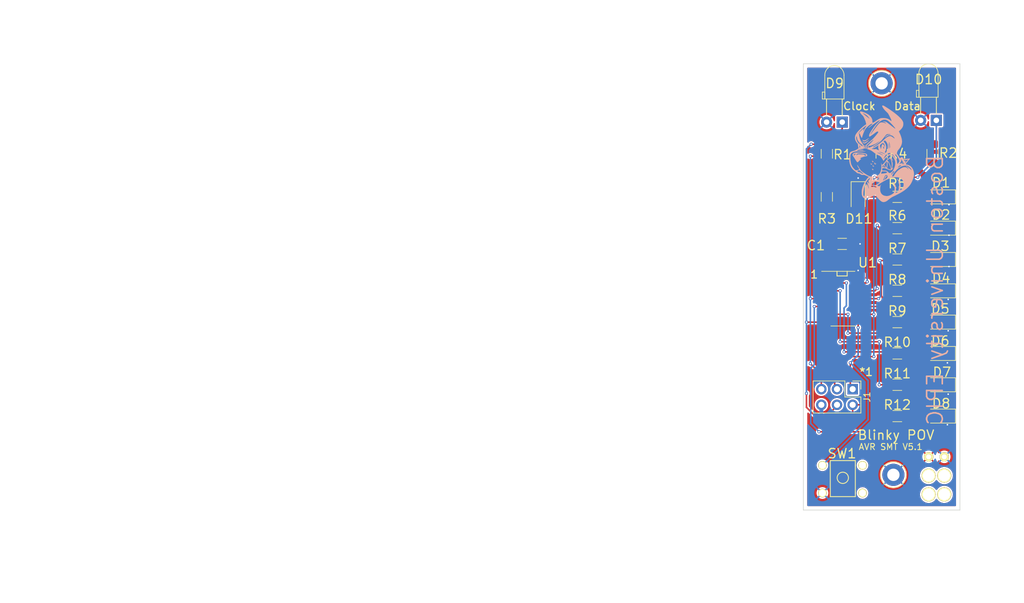
<source format=kicad_pcb>
(kicad_pcb (version 20240108) (generator "pcbnew") (generator_version "8.0")
  (title_block (title "Blinky POV AVR SMT") (date "2023-10-10") (rev "1.0") (company "Boston University EPIC"))
  (layers (0 "F.Cu" signal) (31 "B.Cu" signal) (34 "B.Paste" user) (35 "F.Paste" user) (36 "B.SilkS" user "B.Silkscreen") (37 "F.SilkS" user "F.Silkscreen") (38 "B.Mask" user) (39 "F.Mask" user) (44 "Edge.Cuts" user))
  (net 0 "")
  (net 1 "VCC")
  (net 2 "GND")
  (net 3 "Net-(D1-A)")
  (net 4 "Net-(D2-A)")
  (net 5 "Net-(D3-A)")
  (net 6 "Net-(D4-A)")
  (net 7 "Net-(D5-A)")
  (net 8 "Net-(D6-A)")
  (net 9 "Net-(D7-A)")
  (net 10 "Net-(D8-A)")
  (net 11 "/MOSI")
  (net 12 "/SCL")
  (net 13 "/MISO")
  (net 14 "/nRESET")
  (net 15 "Net-(D11-A)")
  (net 16 "Net-(U1-AREF{slash}PA0)")
  (net 17 "Net-(U1-PA1)")
  (net 18 "Net-(U1-PA2)")
  (net 19 "Net-(U1-PA3)")
  (net 20 "Net-(U1-PA7)")
  (net 21 "Net-(U1-XTAL1{slash}PB0)")
  (net 22 "Net-(U1-XTAL2{slash}PB1)")
  (net 23 "Net-(U1-PB2)")
  (footprint "Capacitor_SMD:C_1206_3216Metric_Pad1.33x1.80mm_HandSolder" (layer "F.Cu") (at 158.7 85.1)
    (property "Reference" "C1" (at -4.256 0.254 0) (layer "F.SilkS") (effects (font (size 1.524 1.524) (thickness 0.2032))))
    (property "Value" "0.1uF")
    (pad "1" smd roundrect (at -1.5625 0) (size 1.325 1.8) (layers "F.Cu" "F.Paste" "F.Mask") (roundrect_rratio 0.1886792453) (net 1 "VCC"))
    (pad "2" smd roundrect (at 1.5625 0) (size 1.325 1.8) (layers "F.Cu" "F.Paste" "F.Mask") (roundrect_rratio 0.1886792453) (net 2 "GND"))
  )
  (footprint "Resistor_SMD:R_1206_3216Metric_Pad1.30x1.75mm_HandSolder" (layer "F.Cu") (at 156.21 70.485 90)
    (property "Reference" "R1" (at -0.127 2.54 180) (layer "F.SilkS") (effects (font (size 1.524 1.524) (thickness 0.2032))))
    (property "Value" "10k")
    (pad "1" smd roundrect (at -1.55 0 90) (size 1.3 1.75) (layers "F.Cu" "F.Paste" "F.Mask") (roundrect_rratio 0.1923076923) (net 1 "VCC"))
    (pad "2" smd roundrect (at 1.55 0 90) (size 1.3 1.75) (layers "F.Cu" "F.Paste" "F.Mask") (roundrect_rratio 0.1923076923) (net 11 "/MOSI"))
  )
  (footprint "Resistor_SMD:R_1206_3216Metric_Pad1.30x1.75mm_HandSolder" (layer "F.Cu") (at 167.64 87.63)
    (property "Reference" "R7" (at 0 -1.82 0) (layer "F.SilkS") (effects (font (size 1.524 1.524) (thickness 0.2032))))
    (property "Value" "330")
    (pad "1" smd roundrect (at -1.55 0) (size 1.3 1.75) (layers "F.Cu" "F.Paste" "F.Mask") (roundrect_rratio 0.1923076923) (net 18 "Net-(U1-PA2)"))
    (pad "2" smd roundrect (at 1.55 0) (size 1.3 1.75) (layers "F.Cu" "F.Paste" "F.Mask") (roundrect_rratio 0.1923076923) (net 5 "Net-(D3-A)"))
  )
  (footprint "TestPoint:TestPoint_Loop_D3.80mm_Drill2.0mm" (layer "F.Cu") (at 167.005 122.555)
    (property "Reference" "TP2" (hide yes))
    (property "Value" "TestPoint")
    (pad "1" thru_hole circle (at 0 0) (size 3.6 3.6) (drill 2) (layers "*.Cu" "*.Mask") (net 2 "GND"))
  )
  (footprint "Connector_PinHeader_2.54mm:PinHeader_2x03_P2.54mm_Vertical" (layer "F.Cu") (at 160.4 108.66 -90)
    (property "Reference" "J1" (at 1.27 -2.33 90) (layer "F.SilkS"))
    (property "Value" "AVR-ISP-6")
    (pad "1" thru_hole rect (at 0 0 270) (size 1.7 1.7) (drill 1) (layers "*.Cu" "*.Mask") (net 13 "/MISO"))
    (pad "2" thru_hole oval (at 2.54 0 270) (size 1.7 1.7) (drill 1) (layers "*.Cu" "*.Mask") (net 1 "VCC"))
    (pad "3" thru_hole oval (at 0 2.54 270) (size 1.7 1.7) (drill 1) (layers "*.Cu" "*.Mask") (net 12 "/SCL"))
    (pad "4" thru_hole oval (at 2.54 2.54 270) (size 1.7 1.7) (drill 1) (layers "*.Cu" "*.Mask") (net 11 "/MOSI"))
    (pad "5" thru_hole oval (at 0 5.08 270) (size 1.7 1.7) (drill 1) (layers "*.Cu" "*.Mask") (net 14 "/nRESET"))
    (pad "6" thru_hole oval (at 2.54 5.08 270) (size 1.7 1.7) (drill 1) (layers "*.Cu" "*.Mask") (net 2 "GND"))
  )
  (footprint "Resistor_SMD:R_1206_3216Metric_Pad1.30x1.75mm_HandSolder" (layer "F.Cu") (at 167.64 102.87)
    (property "Reference" "R10" (at 0 -1.82 0) (layer "F.SilkS") (effects (font (size 1.524 1.524) (thickness 0.2032))))
    (property "Value" "330")
    (pad "1" smd roundrect (at -1.55 0) (size 1.3 1.75) (layers "F.Cu" "F.Paste" "F.Mask") (roundrect_rratio 0.1923076923) (net 21 "Net-(U1-XTAL1{slash}PB0)"))
    (pad "2" smd roundrect (at 1.55 0) (size 1.3 1.75) (layers "F.Cu" "F.Paste" "F.Mask") (roundrect_rratio 0.1923076923) (net 8 "Net-(D6-A)"))
  )
  (footprint "push_sw:BTN-B3F-1000" (layer "F.Cu") (at 155.4988 121.01135)
    (property "Reference" "SW1" (at 3.175 -1.905 0) (layer "F.SilkS") (effects (font (size 1.524 1.524) (thickness 0.2032))))
    (property "Value" "SW_Push" (hide yes))
    (pad "1" thru_hole circle (at 0 0) (size 1.397 1.397) (drill 1.0668) (layers "*.Cu" "*.Mask" "F.SilkS") (net 13 "/MISO"))
    (pad "2" thru_hole circle (at 0 4.4958) (size 1.397 1.397) (drill 1.0668) (layers "*.Cu" "*.Mask" "F.SilkS") (net 2 "GND"))
    (pad "3" thru_hole circle (at 6.5024 4.4958) (size 1.397 1.397) (drill 1.0668) (layers "*.Cu" "*.Mask" "F.SilkS"))
    (pad "4" thru_hole circle (at 6.5024 0) (size 1.397 1.397) (drill 1.0668) (layers "*.Cu" "*.Mask" "F.SilkS"))
  )
  (footprint "Resistor_SMD:R_1206_3216Metric_Pad1.30x1.75mm_HandSolder" (layer "F.Cu") (at 167.64 82.55)
    (property "Reference" "R6" (at 0 -2.032 0) (layer "F.SilkS") (effects (font (size 1.524 1.524) (thickness 0.2032))))
    (property "Value" "330")
    (pad "1" smd roundrect (at -1.55 0) (size 1.3 1.75) (layers "F.Cu" "F.Paste" "F.Mask") (roundrect_rratio 0.1923076923) (net 17 "Net-(U1-PA1)"))
    (pad "2" smd roundrect (at 1.55 0) (size 1.3 1.75) (layers "F.Cu" "F.Paste" "F.Mask") (roundrect_rratio 0.1923076923) (net 4 "Net-(D2-A)"))
  )
  (footprint "LED_SMD:LED_1206_3216Metric_Pad1.42x1.75mm_HandSolder" (layer "F.Cu") (at 174.625 82.55 180)
    (property "Reference" "D2" (at -0.127 2.159 0) (layer "F.SilkS") (effects (font (size 1.524 1.524) (thickness 0.2032))))
    (property "Value" "LED")
    (pad "1" smd roundrect (at -1.4875 0 180) (size 1.425 1.75) (layers "F.Cu" "F.Paste" "F.Mask") (roundrect_rratio 0.1754392982) (net 2 "GND"))
    (pad "2" smd roundrect (at 1.4875 0 180) (size 1.425 1.75) (layers "F.Cu" "F.Paste" "F.Mask") (roundrect_rratio 0.1754392982) (net 4 "Net-(D2-A)"))
  )
  (footprint "TestPoint:TestPoint_Loop_D3.80mm_Drill2.0mm" (layer "F.Cu") (at 165.1 59.055)
    (property "Reference" "TP1" (hide yes))
    (property "Value" "TestPoint")
    (pad "1" thru_hole circle (at 0 0) (size 3.6 3.6) (drill 2) (layers "*.Cu" "*.Mask") (net 2 "GND"))
  )
  (footprint "LED_SMD:LED_1206_3216Metric_Pad1.42x1.75mm_HandSolder" (layer "F.Cu") (at 174.625 77.47 180)
    (property "Reference" "D1" (at -0.127 2.286 0) (layer "F.SilkS") (effects (font (size 1.524 1.524) (thickness 0.2032))))
    (property "Value" "LED")
    (pad "1" smd roundrect (at -1.4875 0 180) (size 1.425 1.75) (layers "F.Cu" "F.Paste" "F.Mask") (roundrect_rratio 0.1754392982) (net 2 "GND"))
    (pad "2" smd roundrect (at 1.4875 0 180) (size 1.425 1.75) (layers "F.Cu" "F.Paste" "F.Mask") (roundrect_rratio 0.1754392982) (net 3 "Net-(D1-A)"))
  )
  (footprint "LED_SMD:LED_1206_3216Metric_Pad1.42x1.75mm_HandSolder" (layer "F.Cu") (at 174.625 97.79 180)
    (property "Reference" "D5" (at 0 2.159 0) (layer "F.SilkS") (effects (font (size 1.524 1.524) (thickness 0.2032))))
    (property "Value" "LED")
    (pad "1" smd roundrect (at -1.4875 0 180) (size 1.425 1.75) (layers "F.Cu" "F.Paste" "F.Mask") (roundrect_rratio 0.1754392982) (net 2 "GND"))
    (pad "2" smd roundrect (at 1.4875 0 180) (size 1.425 1.75) (layers "F.Cu" "F.Paste" "F.Mask") (roundrect_rratio 0.1754392982) (net 7 "Net-(D5-A)"))
  )
  (footprint "battery_wire:2PIN_battery_new2" (layer "F.Cu") (at 173.99 119.634)
    (property "Reference" "BT1" (hide yes))
    (property "Value" "Battery" (hide yes))
    (pad "1" thru_hole circle (at -1.27 0) (size 1.524 1.524) (drill 0.8128) (layers "*.Cu" "*.Mask" "F.SilkS") (net 1 "VCC"))
    (pad "2" thru_hole circle (at 1.27 0) (size 1.524 1.524) (drill 0.8128) (layers "*.Cu" "*.Mask" "F.SilkS") (net 2 "GND"))
    (pad "5" thru_hole circle (at -1.27 3.048) (size 2.286 2.286) (drill 1.905) (layers "*.Cu" "*.Mask" "F.SilkS"))
    (pad "6" thru_hole circle (at 1.27 3.048) (size 2.286 2.286) (drill 1.905) (layers "*.Cu" "*.Mask" "F.SilkS"))
    (pad "7" thru_hole circle (at -1.27 6.096) (size 2.286 2.286) (drill 1.905) (layers "*.Cu" "*.Mask" "F.SilkS"))
    (pad "8" thru_hole circle (at 1.27 6.096) (size 2.286 2.286) (drill 1.905) (layers "*.Cu" "*.Mask" "F.SilkS"))
  )
  (footprint "Package_SO:SOIC-14_3.9x8.7mm_P1.27mm" (layer "F.Cu") (at 158.815 93.98)
    (property "Reference" "U1" (at 3.999 -5.842 0) (layer "F.SilkS") (effects (font (size 1.524 1.524) (thickness 0.2032))))
    (property "Value" "ATtiny84A-SS")
    (pad "1" smd roundrect (at -2.475 -3.81) (size 1.95 0.6) (layers "F.Cu" "F.Paste" "F.Mask") (net 1 "VCC"))
    (pad "2" smd roundrect (at -2.475 -2.54) (size 1.95 0.6) (layers "F.Cu" "F.Paste" "F.Mask") (net 21 "Net-(U1-XTAL1{slash}PB0)"))
    (pad "3" smd roundrect (at -2.475 -1.27) (size 1.95 0.6) (layers "F.Cu" "F.Paste" "F.Mask") (net 22 "Net-(U1-XTAL2{slash}PB1)"))
    (pad "4" smd roundrect (at -2.475 0) (size 1.95 0.6) (layers "F.Cu" "F.Paste" "F.Mask") (net 14 "/nRESET"))
    (pad "5" smd roundrect (at -2.475 1.27) (size 1.95 0.6) (layers "F.Cu" "F.Paste" "F.Mask") (net 23 "Net-(U1-PB2)"))
    (pad "6" smd roundrect (at -2.475 2.54) (size 1.95 0.6) (layers "F.Cu" "F.Paste" "F.Mask") (net 20 "Net-(U1-PA7)"))
    (pad "7" smd roundrect (at -2.475 3.81) (size 1.95 0.6) (layers "F.Cu" "F.Paste" "F.Mask") (net 11 "/MOSI"))
    (pad "8" smd roundrect (at 2.475 3.81) (size 1.95 0.6) (layers "F.Cu" "F.Paste" "F.Mask") (net 13 "/MISO"))
    (pad "9" smd roundrect (at 2.475 2.54) (size 1.95 0.6) (layers "F.Cu" "F.Paste" "F.Mask") (net 12 "/SCL"))
    (pad "10" smd roundrect (at 2.475 1.27) (size 1.95 0.6) (layers "F.Cu" "F.Paste" "F.Mask") (net 19 "Net-(U1-PA3)"))
    (pad "11" smd roundrect (at 2.475 0) (size 1.95 0.6) (layers "F.Cu" "F.Paste" "F.Mask") (net 18 "Net-(U1-PA2)"))
    (pad "12" smd roundrect (at 2.475 -1.27) (size 1.95 0.6) (layers "F.Cu" "F.Paste" "F.Mask") (net 17 "Net-(U1-PA1)"))
    (pad "13" smd roundrect (at 2.475 -2.54) (size 1.95 0.6) (layers "F.Cu" "F.Paste" "F.Mask") (net 16 "Net-(U1-AREF{slash}PA0)"))
    (pad "14" smd roundrect (at 2.475 -3.81) (size 1.95 0.6) (layers "F.Cu" "F.Paste" "F.Mask") (net 2 "GND"))
  )
  (footprint "LED_SMD:LED_1206_3216Metric_Pad1.42x1.75mm_HandSolder" (layer "F.Cu") (at 161.29 77.47 -90)
    (property "Reference" "D11" (at 3.556 -0.127 180) (layer "F.SilkS") (effects (font (size 1.524 1.524) (thickness 0.2032))))
    (property "Value" "LED Green")
    (pad "1" smd roundrect (at -1.4875 0 270) (size 1.425 1.75) (layers "F.Cu" "F.Paste" "F.Mask") (roundrect_rratio 0.1754392982) (net 2 "GND"))
    (pad "2" smd roundrect (at 1.4875 0 270) (size 1.425 1.75) (layers "F.Cu" "F.Paste" "F.Mask") (roundrect_rratio 0.1754392982) (net 15 "Net-(D11-A)"))
  )
  (footprint "Resistor_SMD:R_1206_3216Metric_Pad1.30x1.75mm_HandSolder" (layer "F.Cu") (at 173.355 70.485 90)
    (property "Reference" "R2" (at 0.127 2.54 180) (layer "F.SilkS") (effects (font (size 1.524 1.524) (thickness 0.2032))))
    (property "Value" "10k")
    (pad "1" smd roundrect (at -1.55 0 90) (size 1.3 1.75) (layers "F.Cu" "F.Paste" "F.Mask") (roundrect_rratio 0.1923076923) (net 1 "VCC"))
    (pad "2" smd roundrect (at 1.55 0 90) (size 1.3 1.75) (layers "F.Cu" "F.Paste" "F.Mask") (roundrect_rratio 0.1923076923) (net 12 "/SCL"))
  )
  (footprint "LED_SMD:LED_1206_3216Metric_Pad1.42x1.75mm_HandSolder" (layer "F.Cu") (at 174.625 102.87 180)
    (property "Reference" "D6" (at 0 2.032 0) (layer "F.SilkS") (effects (font (size 1.524 1.524) (thickness 0.2032))))
    (property "Value" "LED")
    (pad "1" smd roundrect (at -1.4875 0 180) (size 1.425 1.75) (layers "F.Cu" "F.Paste" "F.Mask") (roundrect_rratio 0.1754392982) (net 2 "GND"))
    (pad "2" smd roundrect (at 1.4875 0 180) (size 1.425 1.75) (layers "F.Cu" "F.Paste" "F.Mask") (roundrect_rratio 0.1754392982) (net 8 "Net-(D6-A)"))
  )
  (footprint "Resistor_SMD:R_1206_3216Metric_Pad1.30x1.75mm_HandSolder" (layer "F.Cu") (at 167.64 77.47)
    (property "Reference" "R5" (at 0 -2.159 0) (layer "F.SilkS") (effects (font (size 1.524 1.524) (thickness 0.2032))))
    (property "Value" "330")
    (pad "1" smd roundrect (at -1.55 0) (size 1.3 1.75) (layers "F.Cu" "F.Paste" "F.Mask") (roundrect_rratio 0.1923076923) (net 16 "Net-(U1-AREF{slash}PA0)"))
    (pad "2" smd roundrect (at 1.55 0) (size 1.3 1.75) (layers "F.Cu" "F.Paste" "F.Mask") (roundrect_rratio 0.1923076923) (net 3 "Net-(D1-A)"))
  )
  (footprint "Resistor_SMD:R_1206_3216Metric_Pad1.30x1.75mm_HandSolder" (layer "F.Cu") (at 167.64 113.03)
    (property "Reference" "R12" (at 0 -1.82 0) (layer "F.SilkS") (effects (font (size 1.524 1.524) (thickness 0.2032))))
    (property "Value" "330")
    (pad "1" smd roundrect (at -1.55 0) (size 1.3 1.75) (layers "F.Cu" "F.Paste" "F.Mask") (roundrect_rratio 0.1923076923) (net 23 "Net-(U1-PB2)"))
    (pad "2" smd roundrect (at 1.55 0) (size 1.3 1.75) (layers "F.Cu" "F.Paste" "F.Mask") (roundrect_rratio 0.1923076923) (net 10 "Net-(D8-A)"))
  )
  (footprint "LED_THT:LED_D3.0mm_Horizontal_O3.81mm_Z2.0mm" (layer "F.Cu") (at 158.71 65.35 180)
    (property "Reference" "D9" (at 1.23 6.295 0) (layer "F.SilkS") (effects (font (size 1.524 1.524) (thickness 0.2032))))
    (property "Value" "D_Photo")
    (pad "1" thru_hole rect (at 0 0 180) (size 1.8 1.8) (drill 0.9) (layers "*.Cu" "*.Mask") (net 11 "/MOSI"))
    (pad "2" thru_hole circle (at 2.54 0 180) (size 1.8 1.8) (drill 0.9) (layers "*.Cu" "*.Mask") (net 2 "GND"))
  )
  (footprint "LED_SMD:LED_1206_3216Metric_Pad1.42x1.75mm_HandSolder" (layer "F.Cu") (at 174.625 113.03 180)
    (property "Reference" "D8" (at -0.127 2.032 0) (layer "F.SilkS") (effects (font (size 1.524 1.524) (thickness 0.2032))))
    (property "Value" "LED")
    (pad "1" smd roundrect (at -1.4875 0 180) (size 1.425 1.75) (layers "F.Cu" "F.Paste" "F.Mask") (roundrect_rratio 0.1754392982) (net 2 "GND"))
    (pad "2" smd roundrect (at 1.4875 0 180) (size 1.425 1.75) (layers "F.Cu" "F.Paste" "F.Mask") (roundrect_rratio 0.1754392982) (net 10 "Net-(D8-A)"))
  )
  (footprint "LED_SMD:LED_1206_3216Metric_Pad1.42x1.75mm_HandSolder" (layer "F.Cu") (at 174.625 92.71 180)
    (property "Reference" "D4" (at -0.127 2.032 0) (layer "F.SilkS") (effects (font (size 1.524 1.524) (thickness 0.2032))))
    (property "Value" "LED")
    (pad "1" smd roundrect (at -1.4875 0 180) (size 1.425 1.75) (layers "F.Cu" "F.Paste" "F.Mask") (roundrect_rratio 0.1754392982) (net 2 "GND"))
    (pad "2" smd roundrect (at 1.4875 0 180) (size 1.425 1.75) (layers "F.Cu" "F.Paste" "F.Mask") (roundrect_rratio 0.1754392982) (net 6 "Net-(D4-A)"))
  )
  (footprint "Resistor_SMD:R_1206_3216Metric_Pad1.30x1.75mm_HandSolder" (layer "F.Cu") (at 167.64 97.79)
    (property "Reference" "R9" (at 0 -1.82 0) (layer "F.SilkS") (effects (font (size 1.524 1.524) (thickness 0.2032))))
    (property "Value" "330")
    (pad "1" smd roundrect (at -1.55 0) (size 1.3 1.75) (layers "F.Cu" "F.Paste" "F.Mask") (roundrect_rratio 0.1923076923) (net 20 "Net-(U1-PA7)"))
    (pad "2" smd roundrect (at 1.55 0) (size 1.3 1.75) (layers "F.Cu" "F.Paste" "F.Mask") (roundrect_rratio 0.1923076923) (net 7 "Net-(D5-A)"))
  )
  (footprint "Resistor_SMD:R_1206_3216Metric_Pad1.30x1.75mm_HandSolder" (layer "F.Cu") (at 156.21 77.47 -90)
    (property "Reference" "R3" (at 3.556 0 180) (layer "F.SilkS") (effects (font (size 1.524 1.524) (thickness 0.2032))))
    (property "Value" "750")
    (pad "1" smd roundrect (at -1.55 0 270) (size 1.3 1.75) (layers "F.Cu" "F.Paste" "F.Mask") (roundrect_rratio 0.1923076923) (net 1 "VCC"))
    (pad "2" smd roundrect (at 1.55 0 270) (size 1.3 1.75) (layers "F.Cu" "F.Paste" "F.Mask") (roundrect_rratio 0.1923076923) (net 15 "Net-(D11-A)"))
  )
  (footprint "LED_SMD:LED_1206_3216Metric_Pad1.42x1.75mm_HandSolder" (layer "F.Cu") (at 174.625 107.95 180)
    (property "Reference" "D7" (at -0.254 2.032 0) (layer "F.SilkS") (effects (font (size 1.524 1.524) (thickness 0.2032))))
    (property "Value" "LED")
    (pad "1" smd roundrect (at -1.4875 0 180) (size 1.425 1.75) (layers "F.Cu" "F.Paste" "F.Mask") (roundrect_rratio 0.1754392982) (net 2 "GND"))
    (pad "2" smd roundrect (at 1.4875 0 180) (size 1.425 1.75) (layers "F.Cu" "F.Paste" "F.Mask") (roundrect_rratio 0.1754392982) (net 9 "Net-(D7-A)"))
  )
  (footprint "Resistor_SMD:R_1206_3216Metric_Pad1.30x1.75mm_HandSolder" (layer "F.Cu") (at 165.1 70.485 -90)
    (property "Reference" "R4" (at 0 -2.667 180) (layer "F.SilkS") (effects (font (size 1.524 1.524) (thickness 0.2032))))
    (property "Value" "10k")
    (pad "1" smd roundrect (at -1.55 0 270) (size 1.3 1.75) (layers "F.Cu" "F.Paste" "F.Mask") (roundrect_rratio 0.1923076923) (net 14 "/nRESET"))
    (pad "2" smd roundrect (at 1.55 0 270) (size 1.3 1.75) (layers "F.Cu" "F.Paste" "F.Mask") (roundrect_rratio 0.1923076923) (net 1 "VCC"))
  )
  (footprint "Resistor_SMD:R_1206_3216Metric_Pad1.30x1.75mm_HandSolder" (layer "F.Cu") (at 167.64 92.71)
    (property "Reference" "R8" (at 0 -1.82 0) (layer "F.SilkS") (effects (font (size 1.524 1.524) (thickness 0.2032))))
    (property "Value" "330")
    (pad "1" smd roundrect (at -1.55 0) (size 1.3 1.75) (layers "F.Cu" "F.Paste" "F.Mask") (roundrect_rratio 0.1923076923) (net 19 "Net-(U1-PA3)"))
    (pad "2" smd roundrect (at 1.55 0) (size 1.3 1.75) (layers "F.Cu" "F.Paste" "F.Mask") (roundrect_rratio 0.1923076923) (net 6 "Net-(D4-A)"))
  )
  (footprint "LED_THT:LED_D3.0mm_Horizontal_O3.81mm_Z2.0mm" (layer "F.Cu") (at 173.97 65.06 180)
    (property "Reference" "D10" (at 1.25 6.64 0) (layer "F.SilkS") (effects (font (size 1.524 1.524) (thickness 0.2032))))
    (property "Value" "D_Photo")
    (pad "1" thru_hole rect (at 0 0 180) (size 1.8 1.8) (drill 0.9) (layers "*.Cu" "*.Mask") (net 12 "/SCL"))
    (pad "2" thru_hole circle (at 2.54 0 180) (size 1.8 1.8) (drill 0.9) (layers "*.Cu" "*.Mask") (net 2 "GND"))
  )
  (footprint "LED_SMD:LED_1206_3216Metric_Pad1.42x1.75mm_HandSolder" (layer "F.Cu") (at 174.625 87.63 180)
    (property "Reference" "D3" (at 0 2.159 0) (layer "F.SilkS") (effects (font (size 1.524 1.524) (thickness 0.2032))))
    (property "Value" "LED")
    (pad "1" smd roundrect (at -1.4875 0 180) (size 1.425 1.75) (layers "F.Cu" "F.Paste" "F.Mask") (roundrect_rratio 0.1754392982) (net 2 "GND"))
    (pad "2" smd roundrect (at 1.4875 0 180) (size 1.425 1.75) (layers "F.Cu" "F.Paste" "F.Mask") (roundrect_rratio 0.1754392982) (net 5 "Net-(D3-A)"))
  )
  (footprint "Resistor_SMD:R_1206_3216Metric_Pad1.30x1.75mm_HandSolder" (layer "F.Cu") (at 167.64 107.95)
    (property "Reference" "R11" (at 0 -1.82 0) (layer "F.SilkS") (effects (font (size 1.524 1.524) (thickness 0.2032))))
    (property "Value" "330")
    (pad "1" smd roundrect (at -1.55 0) (size 1.3 1.75) (layers "F.Cu" "F.Paste" "F.Mask") (roundrect_rratio 0.1923076923) (net 22 "Net-(U1-XTAL2{slash}PB1)"))
    (pad "2" smd roundrect (at 1.55 0) (size 1.3 1.75) (layers "F.Cu" "F.Paste" "F.Mask") (roundrect_rratio 0.1923076923) (net 9 "Net-(D7-A)"))
  )
  (footprint "rhett_logo:rhett_logo" (layer "B.Cu") (at 165.1 70.485 180)
    (property "Reference" "N1" (hide yes))
    (property "Value" "Housing" (hide yes))
  )
  (gr_line (start 157.861 90.297) (end 159.512 90.297) (stroke (width 0.15)) (layer "F.SilkS"))
  (gr_line (start 159.512 90.297) (end 159.512 89.535) (stroke (width 0.15)) (layer "F.SilkS"))
  (gr_line (start 157.861 89.535) (end 157.861 90.297) (stroke (width 0.15)) (layer "F.SilkS"))
  (gr_line (start 152.4 55.88) (end 177.8 55.88) (stroke (width 0.1)) (layer "Edge.Cuts"))
  (gr_line (start 177.8 55.88) (end 177.8 128.27) (stroke (width 0.1)) (layer "Edge.Cuts"))
  (gr_line (start 152.4 128.27) (end 152.4 55.88) (stroke (width 0.1)) (layer "Edge.Cuts"))
  (gr_line (start 177.8 128.27) (end 152.4 128.27) (stroke (width 0.1)) (layer "Edge.Cuts"))
  (gr_text "Boston University EPIC" (at 175.26 70.485 90) (layer "B.SilkS") (effects (font (size 2.54 2.54) (thickness 0.254)) (justify left bottom mirror)))
  (gr_text "Clock" (at 158.75 63.5 0) (layer "F.SilkS") (effects (font (size 1.27 1.27) (thickness 0.2032)) (justify left bottom)))
  (gr_text "AVR SMT V5.1" (at 161.3 118.6 0) (layer "F.SilkS") (effects (font (size 1 1)) (justify left bottom)))
  (gr_text "Data" (at 167.005 63.5 0) (layer "F.SilkS") (effects (font (size 1.27 1.27) (thickness 0.2032)) (justify left bottom)))
  (gr_text "*1" (at 161.35 106.62 0) (layer "F.SilkS") (effects (font (size 1.27 1.27) (thickness 0.2032)) (justify left bottom)))
  (gr_text "1" (at 153.416 90.805 0) (layer "F.SilkS") (effects (font (size 1.27 1.27) (thickness 0.2032)) (justify left bottom)))
  (gr_text "Blinky POV" (at 161.1 117 0) (layer "F.SilkS") (effects (font (size 1.524 1.524) (thickness 0.2032)) (justify left bottom)))
  (segment (start 176.1125 97.79) (end 176.1125 98.9695) (width 0.254) (layer "F.Cu") (net 2))
  (segment (start 176.1125 83.6025) (end 176.022 83.693) (width 0.254) (layer "F.Cu") (net 2))
  (segment (start 176.1125 88.6825) (end 176.022 88.773) (width 0.254) (layer "F.Cu") (net 2))
  (segment (start 176.1125 114.0825) (end 175.768 114.427) (width 0.254) (layer "F.Cu") (net 2))
  (segment (start 176.1125 87.63) (end 176.1125 88.6825) (width 0.254) (layer "F.Cu") (net 2))
  (segment (start 176.1125 98.9695) (end 175.895 99.187) (width 0.254) (layer "F.Cu") (net 2))
  (segment (start 161.29 90.17) (end 161.29 89.408) (width 0.254) (layer "F.Cu") (net 2))
  (segment (start 176.1125 92.71) (end 176.1125 93.8895) (width 0.254) (layer "F.Cu") (net 2))
  (segment (start 160.2625 85.1) (end 161.6 85.1) (width 0.254) (layer "F.Cu") (net 2))
  (segment (start 176.1125 109.2565) (end 175.895 109.474) (width 0.254) (layer "F.Cu") (net 2))
  (segment (start 176.1125 102.87) (end 176.1125 104.0495) (width 0.254) (layer "F.Cu") (net 2))
  (segment (start 176.1125 104.0495) (end 175.768 104.394) (width 0.254) (layer "F.Cu") (net 2))
  (segment (start 176.1125 113.03) (end 176.1125 114.0825) (width 0.254) (layer "F.Cu") (net 2))
  (segment (start 176.1125 93.8895) (end 175.895 94.107) (width 0.254) (layer "F.Cu") (net 2))
  (segment (start 176.1125 78.6495) (end 176.022 78.74) (width 0.254) (layer "F.Cu") (net 2))
  (segment (start 176.1125 77.47) (end 176.1125 78.6495) (width 0.254) (layer "F.Cu") (net 2))
  (segment (start 176.1125 82.55) (end 176.1125 83.6025) (width 0.254) (layer "F.Cu") (net 2))
  (segment (start 161.29 75.9825) (end 161.29 74.422) (width 0.254) (layer "F.Cu") (net 2))
  (segment (start 176.1125 107.95) (end 176.1125 109.2565) (width 0.254) (layer "F.Cu") (net 2))
  (via (at 161.29 74.422) (size 0.508) (drill 0.254) (layers "F.Cu" "B.Cu") (net 2))
  (via (at 175.895 99.187) (size 0.508) (drill 0.254) (layers "F.Cu" "B.Cu") (net 2))
  (via (at 175.895 109.474) (size 0.508) (drill 0.254) (layers "F.Cu" "B.Cu") (net 2))
  (via (at 175.768 104.394) (size 0.508) (drill 0.254) (layers "F.Cu" "B.Cu") (net 2))
  (via (at 176.022 78.74) (size 0.508) (drill 0.254) (layers "F.Cu" "B.Cu") (net 2))
  (via (at 176.022 88.773) (size 0.508) (drill 0.254) (layers "F.Cu" "B.Cu") (net 2))
  (via (at 176.022 83.693) (size 0.508) (drill 0.254) (layers "F.Cu" "B.Cu") (net 2))
  (via (at 175.768 114.427) (size 0.508) (drill 0.254) (layers "F.Cu" "B.Cu") (net 2))
  (via (at 175.895 94.107) (size 0.508) (drill 0.254) (layers "F.Cu" "B.Cu") (net 2))
  (via (at 161.6 85.1) (size 0.508) (drill 0.254) (layers "F.Cu" "B.Cu") (net 2))
  (via (at 161.29 89.408) (size 0.508) (drill 0.254) (layers "F.Cu" "B.Cu") (net 2))
  (segment (start 155.32 111.2) (end 155.32 113.72) (width 0.635) (layer "B.Cu") (net 2))
  (segment (start 155.32 113.72) (end 155.6 114) (width 0.635) (layer "B.Cu") (net 2))
  (segment (start 169.19 77.47) (end 173.1375 77.47) (width 0.254) (layer "F.Cu") (net 3))
  (segment (start 169.19 82.55) (end 173.1375 82.55) (width 0.254) (layer "F.Cu") (net 4))
  (segment (start 169.19 87.63) (end 173.1375 87.63) (width 0.254) (layer "F.Cu") (net 5))
  (segment (start 169.19 92.71) (end 173.1375 92.71) (width 0.254) (layer "F.Cu") (net 6))
  (segment (start 169.19 97.79) (end 173.1375 97.79) (width 0.254) (layer "F.Cu") (net 7))
  (segment (start 169.19 102.87) (end 173.1375 102.87) (width 0.254) (layer "F.Cu") (net 8))
  (segment (start 169.19 107.95) (end 173.1375 107.95) (width 0.254) (layer "F.Cu") (net 9))
  (segment (start 169.19 113.03) (end 173.1375 113.03) (width 0.254) (layer "F.Cu") (net 10))
  (segment (start 158.71 65.35) (end 158.71 66.435) (width 0.254) (layer "F.Cu") (net 11))
  (segment (start 152.908 111.608) (end 154.2 112.9) (width 0.254) (layer "F.Cu") (net 11))
  (segment (start 152.908 97.79) (end 156.34 97.79) (width 0.254) (layer "F.Cu") (net 11))
  (segment (start 156.325 112.9) (end 157.48 111.745) (width 0.254) (layer "F.Cu") (net 11))
  (segment (start 158.71 66.435) (end 156.21 68.935) (width 0.254) (layer "F.Cu") (net 11))
  (segment (start 154.2 112.9) (end 156.325 112.9) (width 0.254) (layer "F.Cu") (net 11))
  (segment (start 152.908 109.347) (end 152.908 111.608) (width 0.254) (layer "F.Cu") (net 11))
  (segment (start 156.21 68.935) (end 153.67 68.935) (width 0.254) (layer "F.Cu") (net 11))
  (via (at 152.908 109.347) (size 0.508) (drill 0.254) (layers "F.Cu" "B.Cu") (net 11))
  (via (at 153.67 68.935) (size 0.508) (drill 0.254) (layers "F.Cu" "B.Cu") (net 11))
  (via (at 152.908 97.79) (size 0.508) (drill 0.254) (layers "F.Cu" "B.Cu") (net 11))
  (segment (start 152.908 97.79) (end 152.908 109.347) (width 0.254) (layer "B.Cu") (net 11))
  (segment (start 152.908 97.79) (end 152.9075 97.7895) (width 0.254) (layer "B.Cu") (net 11))
  (segment (start 152.9075 69.6975) (end 153.67 68.935) (width 0.254) (layer "B.Cu") (net 11))
  (segment (start 152.9075 97.7895) (end 152.9075 69.6975) (width 0.254) (layer "B.Cu") (net 11))
  (segment (start 173.97 65.06) (end 173.97 68.32) (width 0.254) (layer "F.Cu") (net 12))
  (segment (start 157.48 103.632) (end 157.48 108.28) (width 0.254) (layer "F.Cu") (net 12))
  (segment (start 163.957 74.295) (end 170.942 74.295) (width 0.254) (layer "F.Cu") (net 12))
  (segment (start 157.48 108.28) (end 157.86 108.66) (width 0.254) (layer "F.Cu") (net 12))
  (segment (start 157.734 103.378) (end 157.48 103.632) (width 0.254) (layer "F.Cu") (net 12))
  (segment (start 161.29 96.52) (end 163.83 96.52) (width 0.254) (layer "F.Cu") (net 12))
  (segment (start 173.97 68.32) (end 173.355 68.935) (width 0.254) (layer "F.Cu") (net 12))
  (segment (start 163.83 103.378) (end 157.734 103.378) (width 0.254) (layer "F.Cu") (net 12))
  (via (at 163.83 96.52) (size 0.508) (drill 0.254) (layers "F.Cu" "B.Cu") (net 12))
  (via (at 163.957 74.295) (size 0.508) (drill 0.254) (layers "F.Cu" "B.Cu") (net 12))
  (via (at 163.83 103.378) (size 0.508) (drill 0.254) (layers "F.Cu" "B.Cu") (net 12))
  (via (at 170.942 74.295) (size 0.508) (drill 0.254) (layers "F.Cu" "B.Cu") (net 12))
  (segment (start 163.83 96.52) (end 163.83 103.378) (width 0.254) (layer "B.Cu") (net 12))
  (segment (start 170.942 74.295) (end 173.97 71.267) (width 0.254) (layer "B.Cu") (net 12))
  (segment (start 163.83 96.52) (end 163.83 74.422) (width 0.254) (layer "B.Cu") (net 12))
  (segment (start 173.97 71.267) (end 173.97 65.06) (width 0.254) (layer "B.Cu") (net 12))
  (segment (start 163.83 74.422) (end 163.957 74.295) (width 0.254) (layer "B.Cu") (net 12))
  (segment (start 160.02 104.394) (end 160.02 108.28) (width 0.254) (layer "F.Cu") (net 13))
  (segment (start 160.02 108.28) (end 160.4 108.66) (width 0.254) (layer "F.Cu") (net 13))
  (segment (start 161.29 97.79) (end 161.29 98.679) (width 0.254) (layer "F.Cu") (net 13))
  (via (at 161.29 98.679) (size 0.508) (drill 0.254) (layers "F.Cu" "B.Cu") (net 13))
  (via (at 160.02 104.394) (size 0.508) (drill 0.254) (layers "F.Cu" "B.Cu") (net 13))
  (segment (start 161.29 98.679) (end 161.29 103.124) (width 0.254) (layer "B.Cu") (net 13))
  (segment (start 161.29 103.124) (end 160.02 104.394) (width 0.254) (layer "B.Cu") (net 13))
  (segment (start 162.9 113.61015) (end 155.4988 121.01135) (width 0.254) (layer "B.Cu") (net 13))
  (segment (start 162.9 107.274) (end 162.9 113.61015) (width 0.254) (layer "B.Cu") (net 13))
  (segment (start 160.02 104.394) (end 162.9 107.274) (width 0.254) (layer "B.Cu") (net 13))
  (segment (start 153.543 104.521) (end 155.32 106.298) (width 0.254) (layer "F.Cu") (net 14))
  (segment (start 155.32 106.298) (end 155.32 108.66) (width 0.254) (layer "F.Cu") (net 14))
  (segment (start 163.169 70.866) (end 153.543 70.866) (width 0.254) (layer "F.Cu") (net 14))
  (segment (start 156.34 93.98) (end 153.543 93.98) (width 0.254) (layer "F.Cu") (net 14))
  (segment (start 165.1 68.935) (end 163.169 70.866) (width 0.254) (layer "F.Cu") (net 14))
  (via (at 153.543 104.521) (size 0.508) (drill 0.254) (layers "F.Cu" "B.Cu") (net 14))
  (via (at 153.543 93.98) (size 0.508) (drill 0.254) (layers "F.Cu" "B.Cu") (net 14))
  (via (at 153.543 70.866) (size 0.508) (drill 0.254) (layers "F.Cu" "B.Cu") (net 14))
  (segment (start 153.543 70.866) (end 153.543 93.98) (width 0.254) (layer "B.Cu") (net 14))
  (segment (start 153.543 93.98) (end 153.543 104.521) (width 0.254) (layer "B.Cu") (net 14))
  (segment (start 161.2275 79.02) (end 161.29 78.9575) (width 0.254) (layer "F.Cu") (net 15))
  (segment (start 156.21 79.02) (end 161.2275 79.02) (width 0.254) (layer "F.Cu") (net 15))
  (segment (start 162.559312 91.44) (end 162.765268 91.234044) (width 0.254) (layer "F.Cu") (net 16))
  (segment (start 162.814002 77.47) (end 162.814 77.469998) (width 0.254) (layer "F.Cu") (net 16))
  (segment (start 166.09 77.47) (end 162.814002 77.47) (width 0.254) (layer "F.Cu") (net 16))
  (segment (start 161.29 91.44) (end 162.559312 91.44) (width 0.254) (layer "F.Cu") (net 16))
  (via (at 162.765268 91.234044) (size 0.508) (drill 0.254) (layers "F.Cu" "B.Cu") (net 16))
  (via (at 162.814 77.469998) (size 0.508) (drill 0.254) (layers "F.Cu" "B.Cu") (net 16))
  (segment (start 162.7632 91.231976) (end 162.7632 77.520798) (width 0.254) (layer "B.Cu") (net 16))
  (segment (start 162.7632 77.520798) (end 162.814 77.469998) (width 0.254) (layer "B.Cu") (net 16))
  (segment (start 162.765268 91.234044) (end 162.7632 91.231976) (width 0.254) (layer "B.Cu") (net 16))
  (segment (start 166.09 82.55) (end 164.857565 82.55) (width 0.254) (layer "F.Cu") (net 17))
  (segment (start 164.857565 82.55) (end 164.3888 82.081235) (width 0.254) (layer "F.Cu") (net 17))
  (segment (start 161.29 92.71) (end 164.019463 92.71) (width 0.254) (layer "F.Cu") (net 17))
  (segment (start 164.019463 92.71) (end 164.3888 92.340663) (width 0.254) (layer "F.Cu") (net 17))
  (via (at 164.3888 82.081235) (size 0.508) (drill 0.254) (layers "F.Cu" "B.Cu") (net 17))
  (via (at 164.3888 92.340663) (size 0.508) (drill 0.254) (layers "F.Cu" "B.Cu") (net 17))
  (segment (start 164.2618 82.208235) (end 164.3888 82.081235) (width 0.254) (layer "B.Cu") (net 17))
  (segment (start 164.3888 92.340663) (end 164.2618 92.213663) (width 0.254) (layer "B.Cu") (net 17))
  (segment (start 164.2618 92.213663) (end 164.2618 82.208235) (width 0.254) (layer "B.Cu") (net 17))
  (segment (start 161.29 93.98) (end 163.957 93.98) (width 0.254) (layer "F.Cu") (net 18))
  (segment (start 166.09 87.63) (end 165.925387 87.794613) (width 0.254) (layer "F.Cu") (net 18))
  (segment (start 165.925387 87.794613) (end 164.8206 87.794613) (width 0.254) (layer "F.Cu") (net 18))
  (segment (start 163.957 93.98) (end 164.592 93.98) (width 0.254) (layer "F.Cu") (net 18))
  (via (at 164.592 93.98) (size 0.508) (drill 0.254) (layers "F.Cu" "B.Cu") (net 18))
  (via (at 164.8206 87.794613) (size 0.508) (drill 0.254) (layers "F.Cu" "B.Cu") (net 18))
  (segment (start 164.9476 87.921613) (end 164.8206 87.794613) (width 0.254) (layer "B.Cu") (net 18))
  (segment (start 164.592 93.98) (end 164.9476 93.6244) (width 0.254) (layer "B.Cu") (net 18))
  (segment (start 164.9476 93.6244) (end 164.9476 87.921613) (width 0.254) (layer "B.Cu") (net 18))
  (segment (start 165.354 95.25) (end 166.09 94.514) (width 0.254) (layer "F.Cu") (net 19))
  (segment (start 161.29 95.25) (end 165.354 95.25) (width 0.254) (layer "F.Cu") (net 19))
  (segment (start 166.09 94.514) (end 166.09 92.71) (width 0.254) (layer "F.Cu") (net 19))
  (segment (start 164.312 99.568) (end 166.09 97.79) (width 0.254) (layer "F.Cu") (net 20))
  (segment (start 159.639 99.568) (end 164.312 99.568) (width 0.254) (layer "F.Cu") (net 20))
  (segment (start 156.34 96.52) (end 159.639 96.52) (width 0.254) (layer "F.Cu") (net 20))
  (via (at 159.639 96.52) (size 0.508) (drill 0.254) (layers "F.Cu" "B.Cu") (net 20))
  (via (at 159.639 99.568) (size 0.508) (drill 0.254) (layers "F.Cu" "B.Cu") (net 20))
  (segment (start 159.639 96.52) (end 159.639 99.568) (width 0.254) (layer "B.Cu") (net 20))
  (segment (start 156.34 91.44) (end 159.385 91.44) (width 0.254) (layer "F.Cu") (net 21))
  (segment (start 165.836 102.616) (end 166.09 102.87) (width 0.254) (layer "F.Cu") (net 21))
  (segment (start 159.004 102.616) (end 165.836 102.616) (width 0.254) (layer "F.Cu") (net 21))
  (via (at 159.385 91.44) (size 0.508) (drill 0.254) (layers "F.Cu" "B.Cu") (net 21))
  (via (at 159.004 102.616) (size 0.508) (drill 0.254) (layers "F.Cu" "B.Cu") (net 21))
  (segment (start 159.004 95.504) (end 159.004 102.616) (width 0.254) (layer "B.Cu") (net 21))
  (segment (start 159.385 95.123) (end 159.004 95.504) (width 0.254) (layer "B.Cu") (net 21))
  (segment (start 159.385 91.44) (end 159.385 95.123) (width 0.254) (layer "B.Cu") (net 21))
  (segment (start 164.719 100.965) (end 158.369 100.965) (width 0.254) (layer "F.Cu") (net 22))
  (segment (start 158.369 92.71) (end 156.34 92.71) (width 0.254) (layer "F.Cu") (net 22))
  (segment (start 166.09 107.95) (end 164.719 107.95) (width 0.254) (layer "F.Cu") (net 22))
  (via (at 164.719 100.965) (size 0.508) (drill 0.254) (layers "F.Cu" "B.Cu") (net 22))
  (via (at 158.369 100.965) (size 0.508) (drill 0.254) (layers "F.Cu" "B.Cu") (net 22))
  (via (at 158.369 92.71) (size 0.508) (drill 0.254) (layers "F.Cu" "B.Cu") (net 22))
  (via (at 164.719 107.95) (size 0.508) (drill 0.254) (layers "F.Cu" "B.Cu") (net 22))
  (segment (start 158.369 100.965) (end 158.369 92.71) (width 0.254) (layer "B.Cu") (net 22))
  (segment (start 164.719 107.95) (end 164.719 100.965) (width 0.254) (layer "B.Cu") (net 22))
  (segment (start 154.94 115.57) (end 163.55 115.57) (width 0.254) (layer "F.Cu") (net 23))
  (segment (start 163.55 115.57) (end 166.09 113.03) (width 0.254) (layer "F.Cu") (net 23))
  (segment (start 156.34 95.25) (end 154.178 95.25) (width 0.254) (layer "F.Cu") (net 23))
  (via (at 154.94 115.57) (size 0.508) (drill 0.254) (layers "F.Cu" "B.Cu") (net 23))
  (via (at 154.178 95.25) (size 0.508) (drill 0.254) (layers "F.Cu" "B.Cu") (net 23))
  (segment (start 153.6 114.23) (end 154.94 115.57) (width 0.254) (layer "B.Cu") (net 23))
  (segment (start 154.178 104.676263) (end 153.6 105.254263) (width 0.254) (layer "B.Cu") (net 23))
  (segment (start 154.178 95.25) (end 154.178 104.676263) (width 0.254) (layer "B.Cu") (net 23))
  (segment (start 153.6 105.254263) (end 153.6 114.23) (width 0.254) (layer "B.Cu") (net 23))
  (zone (net 1) (net_name "VCC") (layer "F.Cu") (priority 1) (connect_pads (clearance 0.254)) (min_thickness 0.254) (fill yes (thermal_gap 0.889) (thermal_bridge_width 0.254))
    (polygon (pts (xy 153.035 56.515) (xy 177.165 56.515) (xy 177.165 127.635) (xy 153.035 127.635)))
  )
  (zone (net 2) (net_name "GND") (layer "B.Cu") (connect_pads (clearance 0.254)) (min_thickness 0.254) (fill yes (thermal_gap 0.635) (thermal_bridge_width 0.254))
    (polygon (pts (xy 153.035 56.515) (xy 177.165 56.515) (xy 177.165 127.635) (xy 153.035 127.635)))
  )
)
</source>
